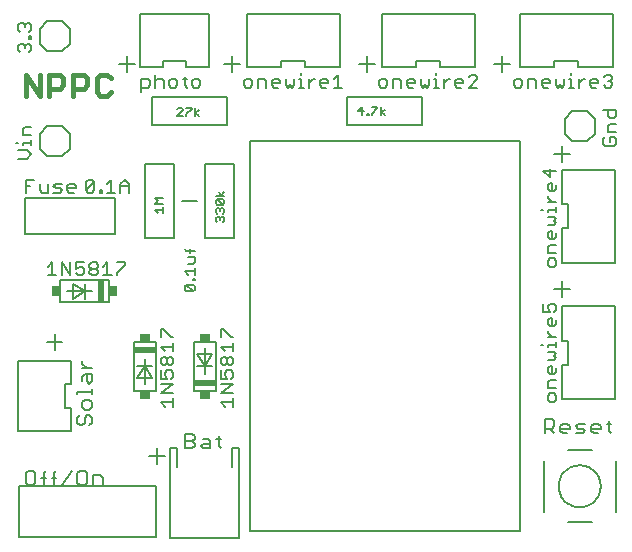
<source format=gto>
G75*
%MOIN*%
%OFA0B0*%
%FSLAX24Y24*%
%IPPOS*%
%LPD*%
%AMOC8*
5,1,8,0,0,1.08239X$1,22.5*
%
%ADD10C,0.0080*%
%ADD11C,0.0060*%
%ADD12C,0.0170*%
%ADD13C,0.0050*%
%ADD14R,0.0736X0.0200*%
%ADD15R,0.0335X0.0250*%
%ADD16R,0.0200X0.0736*%
%ADD17R,0.0250X0.0335*%
D10*
X000461Y000444D02*
X005039Y000444D01*
X005039Y002156D01*
X000461Y002156D01*
X000461Y000444D01*
X000770Y002190D02*
X000930Y002190D01*
X001010Y002270D01*
X001010Y002590D01*
X000930Y002670D01*
X000770Y002670D01*
X000690Y002590D01*
X000690Y002270D01*
X000770Y002190D01*
X001206Y002430D02*
X001366Y002430D01*
X001286Y002590D02*
X001366Y002670D01*
X001286Y002590D02*
X001286Y002190D01*
X001629Y002190D02*
X001629Y002590D01*
X001710Y002670D01*
X001710Y002430D02*
X001549Y002430D01*
X001893Y002190D02*
X002213Y002670D01*
X002409Y002590D02*
X002409Y002270D01*
X002489Y002190D01*
X002649Y002190D01*
X002729Y002270D01*
X002729Y002590D01*
X002649Y002670D01*
X002489Y002670D01*
X002409Y002590D01*
X002924Y002510D02*
X002924Y002190D01*
X003245Y002190D02*
X003245Y002430D01*
X003165Y002510D01*
X002924Y002510D01*
X002186Y003989D02*
X002186Y004756D01*
X001989Y004756D01*
X001989Y005544D01*
X002186Y005544D01*
X002186Y006311D01*
X000414Y006311D01*
X000414Y003989D01*
X002186Y003989D01*
X002410Y004270D02*
X002490Y004190D01*
X002570Y004190D01*
X002650Y004270D01*
X002650Y004430D01*
X002730Y004510D01*
X002810Y004510D01*
X002890Y004430D01*
X002890Y004270D01*
X002810Y004190D01*
X002410Y004270D02*
X002410Y004430D01*
X002490Y004510D01*
X002650Y004706D02*
X002810Y004706D01*
X002890Y004786D01*
X002890Y004946D01*
X002810Y005026D01*
X002650Y005026D01*
X002570Y004946D01*
X002570Y004786D01*
X002650Y004706D01*
X002890Y005221D02*
X002890Y005381D01*
X002890Y005301D02*
X002410Y005301D01*
X002410Y005221D01*
X002570Y005645D02*
X002570Y005805D01*
X002650Y005885D01*
X002890Y005885D01*
X002890Y005645D01*
X002810Y005565D01*
X002730Y005645D01*
X002730Y005885D01*
X002730Y006081D02*
X002570Y006241D01*
X002570Y006321D01*
X002570Y006081D02*
X002890Y006081D01*
X001910Y006950D02*
X001389Y006950D01*
X001650Y006690D02*
X001650Y007210D01*
X001708Y009190D02*
X001428Y009190D01*
X001568Y009190D02*
X001568Y009610D01*
X001428Y009470D01*
X001888Y009610D02*
X001888Y009190D01*
X002168Y009190D02*
X002168Y009610D01*
X002348Y009610D02*
X002348Y009400D01*
X002489Y009470D01*
X002559Y009470D01*
X002629Y009400D01*
X002629Y009260D01*
X002559Y009190D01*
X002418Y009190D01*
X002348Y009260D01*
X002168Y009190D02*
X001888Y009610D01*
X002348Y009610D02*
X002629Y009610D01*
X002809Y009540D02*
X002809Y009470D01*
X002879Y009400D01*
X003019Y009400D01*
X003089Y009330D01*
X003089Y009260D01*
X003019Y009190D01*
X002879Y009190D01*
X002809Y009260D01*
X002809Y009330D01*
X002879Y009400D01*
X003019Y009400D02*
X003089Y009470D01*
X003089Y009540D01*
X003019Y009610D01*
X002879Y009610D01*
X002809Y009540D01*
X003269Y009470D02*
X003409Y009610D01*
X003409Y009190D01*
X003269Y009190D02*
X003549Y009190D01*
X003730Y009190D02*
X003730Y009260D01*
X004010Y009540D01*
X004010Y009610D01*
X003730Y009610D01*
X003650Y010550D02*
X003650Y011750D01*
X000650Y011750D01*
X000650Y010550D01*
X003650Y010550D01*
X004678Y010410D02*
X004678Y012890D01*
X005622Y012890D01*
X005622Y010410D01*
X004678Y010410D01*
X005900Y011650D02*
X006400Y011650D01*
X006678Y010410D02*
X006678Y012890D01*
X007622Y012890D01*
X007622Y010410D01*
X006678Y010410D01*
X004121Y011940D02*
X004121Y012220D01*
X003981Y012360D01*
X003841Y012220D01*
X003841Y011940D01*
X003661Y011940D02*
X003381Y011940D01*
X003521Y011940D02*
X003521Y012360D01*
X003381Y012220D01*
X003220Y012010D02*
X003220Y011940D01*
X003150Y011940D01*
X003150Y012010D01*
X003220Y012010D01*
X002970Y012010D02*
X002900Y011940D01*
X002760Y011940D01*
X002690Y012010D01*
X002970Y012290D01*
X002970Y012010D01*
X002690Y012010D02*
X002690Y012290D01*
X002760Y012360D01*
X002900Y012360D01*
X002970Y012290D01*
X002351Y012150D02*
X002351Y012080D01*
X002071Y012080D01*
X002071Y012010D02*
X002071Y012150D01*
X002141Y012220D01*
X002281Y012220D01*
X002351Y012150D01*
X002281Y011940D02*
X002141Y011940D01*
X002071Y012010D01*
X001891Y012010D02*
X001821Y012080D01*
X001681Y012080D01*
X001611Y012150D01*
X001681Y012220D01*
X001891Y012220D01*
X001891Y012010D02*
X001821Y011940D01*
X001611Y011940D01*
X001431Y011940D02*
X001431Y012220D01*
X001431Y011940D02*
X001220Y011940D01*
X001150Y012010D01*
X001150Y012220D01*
X000970Y012360D02*
X000690Y012360D01*
X000690Y011940D01*
X000690Y012150D02*
X000830Y012150D01*
X000720Y013076D02*
X000440Y013076D01*
X000720Y013076D02*
X000860Y013216D01*
X000720Y013356D01*
X000440Y013356D01*
X000580Y013537D02*
X000580Y013607D01*
X000860Y013607D01*
X000860Y013537D02*
X000860Y013677D01*
X000860Y013843D02*
X000580Y013843D01*
X000580Y014054D01*
X000650Y014124D01*
X000860Y014124D01*
X001150Y013900D02*
X001150Y013400D01*
X001400Y013150D01*
X001900Y013150D01*
X002150Y013400D01*
X002150Y013900D01*
X001900Y014150D01*
X001400Y014150D01*
X001150Y013900D01*
X000440Y013607D02*
X000370Y013607D01*
X000510Y016615D02*
X000440Y016685D01*
X000440Y016825D01*
X000510Y016895D01*
X000580Y016895D01*
X000650Y016825D01*
X000720Y016895D01*
X000790Y016895D01*
X000860Y016825D01*
X000860Y016685D01*
X000790Y016615D01*
X000650Y016755D02*
X000650Y016825D01*
X000790Y017075D02*
X000790Y017145D01*
X000860Y017145D01*
X000860Y017075D01*
X000790Y017075D01*
X000790Y017305D02*
X000860Y017375D01*
X000860Y017515D01*
X000790Y017585D01*
X000720Y017585D01*
X000650Y017515D01*
X000650Y017445D01*
X000650Y017515D02*
X000580Y017585D01*
X000510Y017585D01*
X000440Y017515D01*
X000440Y017375D01*
X000510Y017305D01*
X001150Y017400D02*
X001150Y016900D01*
X001400Y016650D01*
X001900Y016650D01*
X002150Y016900D01*
X002150Y017400D01*
X001900Y017650D01*
X001400Y017650D01*
X001150Y017400D01*
X003794Y016220D02*
X004315Y016220D01*
X004489Y016114D02*
X005256Y016114D01*
X005256Y016311D01*
X006044Y016311D01*
X006044Y016114D01*
X006811Y016114D01*
X006811Y017886D01*
X004489Y017886D01*
X004489Y016114D01*
X004054Y015960D02*
X004054Y016481D01*
X004541Y015720D02*
X004752Y015720D01*
X004822Y015650D01*
X004822Y015510D01*
X004752Y015440D01*
X004541Y015440D01*
X004541Y015300D02*
X004541Y015720D01*
X005002Y015650D02*
X005072Y015720D01*
X005212Y015720D01*
X005282Y015650D01*
X005282Y015440D01*
X005462Y015510D02*
X005462Y015650D01*
X005532Y015720D01*
X005672Y015720D01*
X005743Y015650D01*
X005743Y015510D01*
X005672Y015440D01*
X005532Y015440D01*
X005462Y015510D01*
X005002Y015440D02*
X005002Y015860D01*
X004910Y015122D02*
X007390Y015122D01*
X007390Y014178D01*
X004910Y014178D01*
X004910Y015122D01*
X005993Y015510D02*
X006063Y015440D01*
X005993Y015510D02*
X005993Y015790D01*
X005923Y015720D02*
X006063Y015720D01*
X006230Y015650D02*
X006230Y015510D01*
X006300Y015440D01*
X006440Y015440D01*
X006510Y015510D01*
X006510Y015650D01*
X006440Y015720D01*
X006300Y015720D01*
X006230Y015650D01*
X007294Y016220D02*
X007815Y016220D01*
X008045Y016114D02*
X009206Y016114D01*
X009206Y016311D01*
X009994Y016311D01*
X009994Y016114D01*
X011155Y016114D01*
X011155Y017886D01*
X008045Y017886D01*
X008045Y016114D01*
X007554Y015960D02*
X007554Y016481D01*
X008034Y015720D02*
X007964Y015650D01*
X007964Y015510D01*
X008034Y015440D01*
X008174Y015440D01*
X008244Y015510D01*
X008244Y015650D01*
X008174Y015720D01*
X008034Y015720D01*
X008424Y015720D02*
X008424Y015440D01*
X008704Y015440D02*
X008704Y015650D01*
X008634Y015720D01*
X008424Y015720D01*
X008884Y015650D02*
X008884Y015510D01*
X008954Y015440D01*
X009094Y015440D01*
X009165Y015580D02*
X008884Y015580D01*
X008884Y015650D02*
X008954Y015720D01*
X009094Y015720D01*
X009165Y015650D01*
X009165Y015580D01*
X009345Y015510D02*
X009345Y015720D01*
X009345Y015510D02*
X009415Y015440D01*
X009485Y015510D01*
X009555Y015440D01*
X009625Y015510D01*
X009625Y015720D01*
X009805Y015720D02*
X009875Y015720D01*
X009875Y015440D01*
X009805Y015440D02*
X009945Y015440D01*
X010112Y015440D02*
X010112Y015720D01*
X010112Y015580D02*
X010252Y015720D01*
X010322Y015720D01*
X010496Y015650D02*
X010496Y015510D01*
X010566Y015440D01*
X010706Y015440D01*
X010776Y015580D02*
X010496Y015580D01*
X010496Y015650D02*
X010566Y015720D01*
X010706Y015720D01*
X010776Y015650D01*
X010776Y015580D01*
X010956Y015440D02*
X011236Y015440D01*
X011096Y015440D02*
X011096Y015860D01*
X010956Y015720D01*
X011410Y015122D02*
X013890Y015122D01*
X013890Y014178D01*
X011410Y014178D01*
X011410Y015122D01*
X012054Y015960D02*
X012054Y016481D01*
X011794Y016220D02*
X012315Y016220D01*
X012545Y016114D02*
X013706Y016114D01*
X013706Y016311D01*
X014494Y016311D01*
X014494Y016114D01*
X015655Y016114D01*
X015655Y017886D01*
X012545Y017886D01*
X012545Y016114D01*
X012534Y015720D02*
X012464Y015650D01*
X012464Y015510D01*
X012534Y015440D01*
X012674Y015440D01*
X012744Y015510D01*
X012744Y015650D01*
X012674Y015720D01*
X012534Y015720D01*
X012924Y015720D02*
X012924Y015440D01*
X013204Y015440D02*
X013204Y015650D01*
X013134Y015720D01*
X012924Y015720D01*
X013384Y015650D02*
X013384Y015510D01*
X013454Y015440D01*
X013594Y015440D01*
X013665Y015580D02*
X013384Y015580D01*
X013384Y015650D02*
X013454Y015720D01*
X013594Y015720D01*
X013665Y015650D01*
X013665Y015580D01*
X013845Y015510D02*
X013915Y015440D01*
X013985Y015510D01*
X014055Y015440D01*
X014125Y015510D01*
X014125Y015720D01*
X014305Y015720D02*
X014375Y015720D01*
X014375Y015440D01*
X014305Y015440D02*
X014445Y015440D01*
X014612Y015440D02*
X014612Y015720D01*
X014612Y015580D02*
X014752Y015720D01*
X014822Y015720D01*
X014996Y015650D02*
X014996Y015510D01*
X015066Y015440D01*
X015206Y015440D01*
X015276Y015580D02*
X014996Y015580D01*
X014996Y015650D02*
X015066Y015720D01*
X015206Y015720D01*
X015276Y015650D01*
X015276Y015580D01*
X015456Y015440D02*
X015736Y015720D01*
X015736Y015790D01*
X015666Y015860D01*
X015526Y015860D01*
X015456Y015790D01*
X015456Y015440D02*
X015736Y015440D01*
X016294Y016220D02*
X016815Y016220D01*
X016554Y015960D02*
X016554Y016481D01*
X017145Y016114D02*
X018306Y016114D01*
X018306Y016311D01*
X019094Y016311D01*
X019094Y016114D01*
X020255Y016114D01*
X020255Y017886D01*
X017145Y017886D01*
X017145Y016114D01*
X017174Y015720D02*
X017034Y015720D01*
X016964Y015650D01*
X016964Y015510D01*
X017034Y015440D01*
X017174Y015440D01*
X017244Y015510D01*
X017244Y015650D01*
X017174Y015720D01*
X017424Y015720D02*
X017424Y015440D01*
X017424Y015720D02*
X017634Y015720D01*
X017704Y015650D01*
X017704Y015440D01*
X017884Y015510D02*
X017884Y015650D01*
X017954Y015720D01*
X018094Y015720D01*
X018165Y015650D01*
X018165Y015580D01*
X017884Y015580D01*
X017884Y015510D02*
X017954Y015440D01*
X018094Y015440D01*
X018345Y015510D02*
X018415Y015440D01*
X018485Y015510D01*
X018555Y015440D01*
X018625Y015510D01*
X018625Y015720D01*
X018805Y015720D02*
X018875Y015720D01*
X018875Y015440D01*
X018805Y015440D02*
X018945Y015440D01*
X019112Y015440D02*
X019112Y015720D01*
X019112Y015580D02*
X019252Y015720D01*
X019322Y015720D01*
X019496Y015650D02*
X019496Y015510D01*
X019566Y015440D01*
X019706Y015440D01*
X019776Y015580D02*
X019496Y015580D01*
X019496Y015650D02*
X019566Y015720D01*
X019706Y015720D01*
X019776Y015650D01*
X019776Y015580D01*
X019956Y015510D02*
X020026Y015440D01*
X020166Y015440D01*
X020236Y015510D01*
X020236Y015580D01*
X020166Y015650D01*
X020096Y015650D01*
X020166Y015650D02*
X020236Y015720D01*
X020236Y015790D01*
X020166Y015860D01*
X020026Y015860D01*
X019956Y015790D01*
X018875Y015860D02*
X018875Y015930D01*
X018345Y015720D02*
X018345Y015510D01*
X018900Y014650D02*
X018650Y014400D01*
X018650Y013900D01*
X018900Y013650D01*
X019400Y013650D01*
X019650Y013900D01*
X019650Y014400D01*
X019400Y014650D01*
X018900Y014650D01*
X019940Y014700D02*
X020360Y014700D01*
X020360Y014490D01*
X020290Y014420D01*
X020150Y014420D01*
X020080Y014490D01*
X020080Y014700D01*
X020150Y014240D02*
X020360Y014240D01*
X020150Y014240D02*
X020080Y014170D01*
X020080Y013960D01*
X020360Y013960D01*
X020290Y013780D02*
X020150Y013780D01*
X020150Y013640D01*
X020290Y013780D02*
X020360Y013710D01*
X020360Y013569D01*
X020290Y013499D01*
X020010Y013499D01*
X019940Y013569D01*
X019940Y013710D01*
X020010Y013780D01*
X020336Y012705D02*
X020336Y009595D01*
X018564Y009595D01*
X018564Y010756D01*
X018761Y010756D01*
X018761Y011544D01*
X018564Y011544D01*
X018564Y012705D01*
X020336Y012705D01*
X018815Y013220D02*
X018294Y013220D01*
X018554Y012960D02*
X018554Y013481D01*
X018360Y012666D02*
X017940Y012666D01*
X018150Y012456D01*
X018150Y012736D01*
X018150Y012276D02*
X018220Y012276D01*
X018220Y011996D01*
X018290Y011996D02*
X018150Y011996D01*
X018080Y012066D01*
X018080Y012206D01*
X018150Y012276D01*
X018360Y012206D02*
X018360Y012066D01*
X018290Y011996D01*
X018080Y011822D02*
X018080Y011752D01*
X018220Y011612D01*
X018360Y011612D02*
X018080Y011612D01*
X018080Y011375D02*
X018360Y011375D01*
X018360Y011305D02*
X018360Y011445D01*
X018080Y011375D02*
X018080Y011305D01*
X017940Y011375D02*
X017870Y011375D01*
X018080Y011125D02*
X018290Y011125D01*
X018360Y011055D01*
X018290Y010985D01*
X018360Y010915D01*
X018290Y010845D01*
X018080Y010845D01*
X018150Y010665D02*
X018220Y010665D01*
X018220Y010384D01*
X018290Y010384D02*
X018150Y010384D01*
X018080Y010454D01*
X018080Y010594D01*
X018150Y010665D01*
X018360Y010594D02*
X018360Y010454D01*
X018290Y010384D01*
X018360Y010204D02*
X018150Y010204D01*
X018080Y010134D01*
X018080Y009924D01*
X018360Y009924D01*
X018290Y009744D02*
X018150Y009744D01*
X018080Y009674D01*
X018080Y009534D01*
X018150Y009464D01*
X018290Y009464D01*
X018360Y009534D01*
X018360Y009674D01*
X018290Y009744D01*
X018554Y008981D02*
X018554Y008460D01*
X018294Y008720D02*
X018815Y008720D01*
X018564Y008155D02*
X018564Y006994D01*
X018761Y006994D01*
X018761Y006206D01*
X018564Y006206D01*
X018564Y005045D01*
X020336Y005045D01*
X020336Y008155D01*
X018564Y008155D01*
X018360Y008166D02*
X018360Y008026D01*
X018290Y007956D01*
X018150Y007956D02*
X018080Y008096D01*
X018080Y008166D01*
X018150Y008236D01*
X018290Y008236D01*
X018360Y008166D01*
X018150Y007956D02*
X017940Y007956D01*
X017940Y008236D01*
X018150Y007776D02*
X018080Y007706D01*
X018080Y007566D01*
X018150Y007496D01*
X018290Y007496D01*
X018360Y007566D01*
X018360Y007706D01*
X018220Y007776D02*
X018220Y007496D01*
X018080Y007322D02*
X018080Y007252D01*
X018220Y007112D01*
X018360Y007112D02*
X018080Y007112D01*
X018080Y006875D02*
X018360Y006875D01*
X018360Y006805D02*
X018360Y006945D01*
X018290Y006625D02*
X018080Y006625D01*
X018080Y006805D02*
X018080Y006875D01*
X017940Y006875D02*
X017870Y006875D01*
X018290Y006625D02*
X018360Y006555D01*
X018290Y006485D01*
X018360Y006415D01*
X018290Y006345D01*
X018080Y006345D01*
X018150Y006165D02*
X018080Y006094D01*
X018080Y005954D01*
X018150Y005884D01*
X018290Y005884D01*
X018360Y005954D01*
X018360Y006094D01*
X018220Y006165D02*
X018220Y005884D01*
X018150Y005704D02*
X018360Y005704D01*
X018150Y005704D02*
X018080Y005634D01*
X018080Y005424D01*
X018360Y005424D01*
X018290Y005244D02*
X018150Y005244D01*
X018080Y005174D01*
X018080Y005034D01*
X018150Y004964D01*
X018290Y004964D01*
X018360Y005034D01*
X018360Y005174D01*
X018290Y005244D01*
X018227Y004390D02*
X017987Y004390D01*
X017987Y003910D01*
X017987Y004070D02*
X018227Y004070D01*
X018307Y004150D01*
X018307Y004310D01*
X018227Y004390D01*
X018147Y004070D02*
X018307Y003910D01*
X018502Y003990D02*
X018502Y004150D01*
X018583Y004230D01*
X018743Y004230D01*
X018823Y004150D01*
X018823Y004070D01*
X018502Y004070D01*
X018502Y003990D02*
X018583Y003910D01*
X018743Y003910D01*
X019018Y003910D02*
X019258Y003910D01*
X019338Y003990D01*
X019258Y004070D01*
X019098Y004070D01*
X019018Y004150D01*
X019098Y004230D01*
X019338Y004230D01*
X019534Y004150D02*
X019614Y004230D01*
X019774Y004230D01*
X019854Y004150D01*
X019854Y004070D01*
X019534Y004070D01*
X019534Y003990D02*
X019534Y004150D01*
X019534Y003990D02*
X019614Y003910D01*
X019774Y003910D01*
X020129Y003990D02*
X020210Y003910D01*
X020129Y003990D02*
X020129Y004310D01*
X020049Y004230D02*
X020210Y004230D01*
X019550Y003350D02*
X018757Y003350D01*
X017950Y003000D02*
X017950Y001300D01*
X018745Y000950D02*
X019550Y000950D01*
X020350Y001300D02*
X020350Y003000D01*
X018450Y002150D02*
X018452Y002202D01*
X018458Y002254D01*
X018468Y002306D01*
X018481Y002356D01*
X018498Y002406D01*
X018519Y002454D01*
X018544Y002500D01*
X018572Y002544D01*
X018603Y002586D01*
X018637Y002626D01*
X018674Y002663D01*
X018714Y002697D01*
X018756Y002728D01*
X018800Y002756D01*
X018846Y002781D01*
X018894Y002802D01*
X018944Y002819D01*
X018994Y002832D01*
X019046Y002842D01*
X019098Y002848D01*
X019150Y002850D01*
X019202Y002848D01*
X019254Y002842D01*
X019306Y002832D01*
X019356Y002819D01*
X019406Y002802D01*
X019454Y002781D01*
X019500Y002756D01*
X019544Y002728D01*
X019586Y002697D01*
X019626Y002663D01*
X019663Y002626D01*
X019697Y002586D01*
X019728Y002544D01*
X019756Y002500D01*
X019781Y002454D01*
X019802Y002406D01*
X019819Y002356D01*
X019832Y002306D01*
X019842Y002254D01*
X019848Y002202D01*
X019850Y002150D01*
X019848Y002098D01*
X019842Y002046D01*
X019832Y001994D01*
X019819Y001944D01*
X019802Y001894D01*
X019781Y001846D01*
X019756Y001800D01*
X019728Y001756D01*
X019697Y001714D01*
X019663Y001674D01*
X019626Y001637D01*
X019586Y001603D01*
X019544Y001572D01*
X019500Y001544D01*
X019454Y001519D01*
X019406Y001498D01*
X019356Y001481D01*
X019306Y001468D01*
X019254Y001458D01*
X019202Y001452D01*
X019150Y001450D01*
X019098Y001452D01*
X019046Y001458D01*
X018994Y001468D01*
X018944Y001481D01*
X018894Y001498D01*
X018846Y001519D01*
X018800Y001544D01*
X018756Y001572D01*
X018714Y001603D01*
X018674Y001637D01*
X018637Y001674D01*
X018603Y001714D01*
X018572Y001756D01*
X018544Y001800D01*
X018519Y001846D01*
X018498Y001894D01*
X018481Y001944D01*
X018468Y001994D01*
X018458Y002046D01*
X018452Y002098D01*
X018450Y002150D01*
X018220Y006165D02*
X018150Y006165D01*
X018150Y007776D02*
X018220Y007776D01*
X013845Y015510D02*
X013845Y015720D01*
X014375Y015860D02*
X014375Y015930D01*
X009875Y015930D02*
X009875Y015860D01*
X004121Y012150D02*
X003841Y012150D01*
X005190Y007391D02*
X005260Y007391D01*
X005540Y007111D01*
X005610Y007111D01*
X005610Y006931D02*
X005610Y006650D01*
X005610Y006791D02*
X005190Y006791D01*
X005330Y006650D01*
X005330Y006470D02*
X005400Y006400D01*
X005400Y006260D01*
X005330Y006190D01*
X005260Y006190D01*
X005190Y006260D01*
X005190Y006400D01*
X005260Y006470D01*
X005330Y006470D01*
X005400Y006400D02*
X005470Y006470D01*
X005540Y006470D01*
X005610Y006400D01*
X005610Y006260D01*
X005540Y006190D01*
X005470Y006190D01*
X005400Y006260D01*
X005400Y006010D02*
X005540Y006010D01*
X005610Y005940D01*
X005610Y005800D01*
X005540Y005730D01*
X005400Y005730D02*
X005330Y005870D01*
X005330Y005940D01*
X005400Y006010D01*
X005190Y006010D02*
X005190Y005730D01*
X005400Y005730D01*
X005610Y005549D02*
X005190Y005549D01*
X005190Y005269D02*
X005610Y005549D01*
X005610Y005269D02*
X005190Y005269D01*
X005190Y004949D02*
X005610Y004949D01*
X005610Y004809D02*
X005610Y005089D01*
X005330Y004809D02*
X005190Y004949D01*
X006002Y003890D02*
X006243Y003890D01*
X006323Y003810D01*
X006323Y003730D01*
X006243Y003650D01*
X006002Y003650D01*
X006002Y003410D02*
X006243Y003410D01*
X006323Y003490D01*
X006323Y003570D01*
X006243Y003650D01*
X006518Y003490D02*
X006598Y003410D01*
X006838Y003410D01*
X006838Y003650D01*
X006758Y003730D01*
X006598Y003730D01*
X006598Y003570D02*
X006838Y003570D01*
X006598Y003570D02*
X006518Y003490D01*
X007034Y003730D02*
X007194Y003730D01*
X007114Y003810D02*
X007114Y003490D01*
X007194Y003410D01*
X007556Y003430D02*
X007556Y002800D01*
X007556Y003430D02*
X007811Y003430D01*
X007811Y000438D01*
X005489Y000438D01*
X005489Y003430D01*
X005744Y003430D01*
X005744Y002800D01*
X005315Y003150D02*
X004794Y003150D01*
X005054Y002890D02*
X005054Y003411D01*
X006002Y003410D02*
X006002Y003890D01*
X007190Y004949D02*
X007610Y004949D01*
X007610Y004809D02*
X007610Y005089D01*
X007610Y005269D02*
X007190Y005269D01*
X007610Y005549D01*
X007190Y005549D01*
X007190Y005730D02*
X007400Y005730D01*
X007330Y005870D01*
X007330Y005940D01*
X007400Y006010D01*
X007540Y006010D01*
X007610Y005940D01*
X007610Y005800D01*
X007540Y005730D01*
X007190Y005730D02*
X007190Y006010D01*
X007260Y006190D02*
X007330Y006190D01*
X007400Y006260D01*
X007400Y006400D01*
X007470Y006470D01*
X007540Y006470D01*
X007610Y006400D01*
X007610Y006260D01*
X007540Y006190D01*
X007470Y006190D01*
X007400Y006260D01*
X007400Y006400D02*
X007330Y006470D01*
X007260Y006470D01*
X007190Y006400D01*
X007190Y006260D01*
X007260Y006190D01*
X007330Y006650D02*
X007190Y006791D01*
X007610Y006791D01*
X007610Y006931D02*
X007610Y006650D01*
X007610Y007111D02*
X007540Y007111D01*
X007260Y007391D01*
X007190Y007391D01*
X007190Y007111D01*
X005190Y007111D02*
X005190Y007391D01*
X007190Y004949D02*
X007330Y004809D01*
D11*
X007012Y005330D02*
X006288Y005330D01*
X006288Y006970D01*
X007012Y006970D01*
X007012Y005330D01*
X006650Y005900D02*
X006650Y006150D01*
X006900Y006150D01*
X006650Y006150D02*
X006900Y006550D01*
X006400Y006550D01*
X006650Y006150D01*
X006400Y006150D01*
X006650Y006150D02*
X006650Y006750D01*
X005012Y006970D02*
X005012Y005330D01*
X004288Y005330D01*
X004288Y006970D01*
X005012Y006970D01*
X004650Y006400D02*
X004650Y006150D01*
X004400Y006150D01*
X004650Y006150D02*
X004900Y006150D01*
X004650Y006150D02*
X004900Y005750D01*
X004400Y005750D01*
X004650Y006150D01*
X004650Y005550D01*
X003470Y008288D02*
X001830Y008288D01*
X001830Y009012D01*
X003470Y009012D01*
X003470Y008288D01*
X002900Y008650D02*
X002650Y008650D01*
X002650Y008900D01*
X002650Y008650D02*
X002650Y008400D01*
X002650Y008650D02*
X002250Y008400D01*
X002250Y008900D01*
X002650Y008650D01*
X002050Y008650D01*
X005980Y008702D02*
X005980Y008816D01*
X006036Y008872D01*
X006263Y008645D01*
X006320Y008702D01*
X006320Y008816D01*
X006263Y008872D01*
X006036Y008872D01*
X005980Y008702D02*
X006036Y008645D01*
X006263Y008645D01*
X006263Y009014D02*
X006263Y009070D01*
X006320Y009070D01*
X006320Y009014D01*
X006263Y009014D01*
X006320Y009198D02*
X006320Y009425D01*
X006320Y009311D02*
X005980Y009311D01*
X006093Y009198D01*
X006093Y009566D02*
X006263Y009566D01*
X006320Y009623D01*
X006320Y009793D01*
X006093Y009793D01*
X006150Y009934D02*
X006150Y010048D01*
X006036Y009991D02*
X005980Y010048D01*
X006036Y009991D02*
X006320Y009991D01*
D12*
X003406Y015175D02*
X003176Y015175D01*
X003061Y015290D01*
X003061Y015750D01*
X003176Y015866D01*
X003406Y015866D01*
X003521Y015750D01*
X003521Y015290D02*
X003406Y015175D01*
X002729Y015520D02*
X002614Y015405D01*
X002269Y015405D01*
X001937Y015520D02*
X001822Y015405D01*
X001477Y015405D01*
X001477Y015175D02*
X001477Y015866D01*
X001822Y015866D01*
X001937Y015750D01*
X001937Y015520D01*
X002269Y015175D02*
X002269Y015866D01*
X002614Y015866D01*
X002729Y015750D01*
X002729Y015520D01*
X001145Y015175D02*
X001145Y015866D01*
X000685Y015866D02*
X001145Y015175D01*
X000685Y015175D02*
X000685Y015866D01*
D13*
X005005Y011750D02*
X005275Y011750D01*
X005275Y011570D02*
X005005Y011570D01*
X005095Y011660D01*
X005005Y011750D01*
X005005Y011365D02*
X005275Y011365D01*
X005275Y011275D02*
X005275Y011455D01*
X005095Y011275D02*
X005005Y011365D01*
X007025Y011375D02*
X007025Y011285D01*
X007070Y011240D01*
X007070Y011126D02*
X007115Y011126D01*
X007160Y011081D01*
X007205Y011126D01*
X007250Y011126D01*
X007295Y011081D01*
X007295Y010991D01*
X007250Y010946D01*
X007160Y011036D02*
X007160Y011081D01*
X007070Y011126D02*
X007025Y011081D01*
X007025Y010991D01*
X007070Y010946D01*
X007250Y011240D02*
X007295Y011285D01*
X007295Y011375D01*
X007250Y011420D01*
X007205Y011420D01*
X007160Y011375D01*
X007160Y011330D01*
X007160Y011375D02*
X007115Y011420D01*
X007070Y011420D01*
X007025Y011375D01*
X007070Y011535D02*
X007025Y011580D01*
X007025Y011670D01*
X007070Y011715D01*
X007250Y011535D01*
X007295Y011580D01*
X007295Y011670D01*
X007250Y011715D01*
X007070Y011715D01*
X007025Y011829D02*
X007295Y011829D01*
X007205Y011829D02*
X007115Y011965D01*
X007205Y011829D02*
X007295Y011965D01*
X007250Y011535D02*
X007070Y011535D01*
X008150Y013650D02*
X017150Y013650D01*
X017150Y000650D01*
X008150Y000650D01*
X008150Y013650D01*
X006465Y014505D02*
X006329Y014595D01*
X006465Y014685D01*
X006329Y014775D02*
X006329Y014505D01*
X006215Y014730D02*
X006035Y014550D01*
X006035Y014505D01*
X005920Y014505D02*
X005740Y014505D01*
X005920Y014685D01*
X005920Y014730D01*
X005875Y014775D01*
X005785Y014775D01*
X005740Y014730D01*
X006035Y014775D02*
X006215Y014775D01*
X006215Y014730D01*
X011775Y014660D02*
X011955Y014660D01*
X011910Y014525D02*
X011910Y014795D01*
X011775Y014660D01*
X012070Y014570D02*
X012115Y014570D01*
X012115Y014525D01*
X012070Y014525D01*
X012070Y014570D01*
X012217Y014570D02*
X012217Y014525D01*
X012217Y014570D02*
X012397Y014750D01*
X012397Y014795D01*
X012217Y014795D01*
X012512Y014795D02*
X012512Y014525D01*
X012512Y014615D02*
X012647Y014705D01*
X012512Y014615D02*
X012647Y014525D01*
D14*
X004644Y006700D03*
X006656Y005600D03*
D15*
X006650Y005205D03*
X004650Y005205D03*
X004650Y007095D03*
X006650Y007095D03*
D16*
X003200Y008656D03*
D17*
X003595Y008650D03*
X001705Y008650D03*
M02*

</source>
